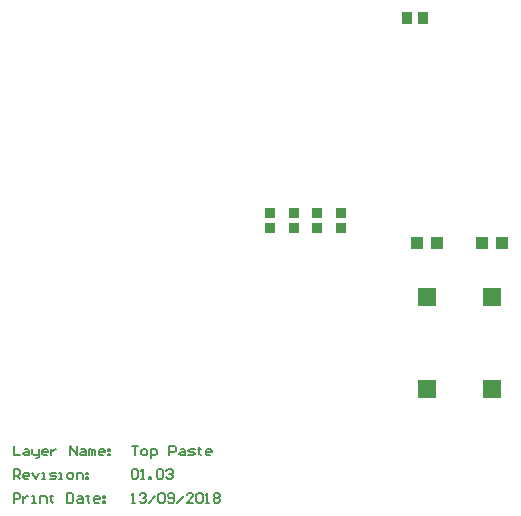
<source format=gtp>
%FSLAX25Y25*%
%MOIN*%
G70*
G01*
G75*
G04 Layer_Color=8421504*
%ADD10R,0.04331X0.03937*%
%ADD11R,0.03740X0.03347*%
%ADD12R,0.05906X0.05906*%
%ADD13R,0.03543X0.03937*%
%ADD14C,0.01000*%
%ADD15C,0.03937*%
%ADD16C,0.01969*%
%ADD17C,0.01181*%
%ADD18C,0.00787*%
%ADD19C,0.05000*%
%ADD20C,0.05906*%
%ADD21R,0.05906X0.05906*%
%ADD22R,0.04724X0.04724*%
%ADD23C,0.04724*%
%ADD24R,0.04724X0.04724*%
%ADD25C,0.03543*%
%ADD26C,0.19685*%
%ADD27C,0.00984*%
%ADD28C,0.00197*%
%ADD29C,0.00591*%
%ADD30R,0.00984X0.05512*%
D10*
X269094Y55118D02*
D03*
X262402D02*
D03*
X247441D02*
D03*
X240748D02*
D03*
D11*
X215472Y65059D02*
D03*
Y59941D02*
D03*
X207598Y65059D02*
D03*
Y59941D02*
D03*
X199724Y59941D02*
D03*
Y65059D02*
D03*
X191850Y65059D02*
D03*
Y59941D02*
D03*
D12*
X265748Y6299D02*
D03*
Y37008D02*
D03*
X244094Y6299D02*
D03*
Y37008D02*
D03*
D13*
X237343Y130000D02*
D03*
X242657D02*
D03*
D18*
X106299Y-12599D02*
Y-15748D01*
X108398D01*
X109973Y-13649D02*
X111022D01*
X111547Y-14174D01*
Y-15748D01*
X109973D01*
X109448Y-15223D01*
X109973Y-14698D01*
X111547D01*
X112596Y-13649D02*
Y-15223D01*
X113121Y-15748D01*
X114696D01*
Y-16273D01*
X114171Y-16798D01*
X113646D01*
X114696Y-15748D02*
Y-13649D01*
X117319Y-15748D02*
X116270D01*
X115745Y-15223D01*
Y-14174D01*
X116270Y-13649D01*
X117319D01*
X117844Y-14174D01*
Y-14698D01*
X115745D01*
X118894Y-13649D02*
Y-15748D01*
Y-14698D01*
X119418Y-14174D01*
X119943Y-13649D01*
X120468D01*
X125191Y-15748D02*
Y-12599D01*
X127290Y-15748D01*
Y-12599D01*
X128864Y-13649D02*
X129914D01*
X130438Y-14174D01*
Y-15748D01*
X128864D01*
X128339Y-15223D01*
X128864Y-14698D01*
X130438D01*
X131488Y-15748D02*
Y-13649D01*
X132013D01*
X132537Y-14174D01*
Y-15748D01*
Y-14174D01*
X133062Y-13649D01*
X133587Y-14174D01*
Y-15748D01*
X136211D02*
X135161D01*
X134636Y-15223D01*
Y-14174D01*
X135161Y-13649D01*
X136211D01*
X136736Y-14174D01*
Y-14698D01*
X134636D01*
X137785Y-13649D02*
X138310D01*
Y-14174D01*
X137785D01*
Y-13649D01*
Y-15223D02*
X138310D01*
Y-15748D01*
X137785D01*
Y-15223D01*
X106299Y-23622D02*
Y-20473D01*
X107873D01*
X108398Y-20998D01*
Y-22048D01*
X107873Y-22572D01*
X106299D01*
X107349D02*
X108398Y-23622D01*
X111022D02*
X109973D01*
X109448Y-23097D01*
Y-22048D01*
X109973Y-21523D01*
X111022D01*
X111547Y-22048D01*
Y-22572D01*
X109448D01*
X112596Y-21523D02*
X113646Y-23622D01*
X114696Y-21523D01*
X115745Y-23622D02*
X116795D01*
X116270D01*
Y-21523D01*
X115745D01*
X118369Y-23622D02*
X119943D01*
X120468Y-23097D01*
X119943Y-22572D01*
X118894D01*
X118369Y-22048D01*
X118894Y-21523D01*
X120468D01*
X121517Y-23622D02*
X122567D01*
X122042D01*
Y-21523D01*
X121517D01*
X124666Y-23622D02*
X125715D01*
X126240Y-23097D01*
Y-22048D01*
X125715Y-21523D01*
X124666D01*
X124141Y-22048D01*
Y-23097D01*
X124666Y-23622D01*
X127290D02*
Y-21523D01*
X128864D01*
X129389Y-22048D01*
Y-23622D01*
X130438Y-21523D02*
X130963D01*
Y-22048D01*
X130438D01*
Y-21523D01*
Y-23097D02*
X130963D01*
Y-23622D01*
X130438D01*
Y-23097D01*
X106299Y-31496D02*
Y-28348D01*
X107873D01*
X108398Y-28872D01*
Y-29922D01*
X107873Y-30446D01*
X106299D01*
X109448Y-29397D02*
Y-31496D01*
Y-30446D01*
X109973Y-29922D01*
X110497Y-29397D01*
X111022D01*
X112596Y-31496D02*
X113646D01*
X113121D01*
Y-29397D01*
X112596D01*
X115220Y-31496D02*
Y-29397D01*
X116795D01*
X117319Y-29922D01*
Y-31496D01*
X118894Y-28872D02*
Y-29397D01*
X118369D01*
X119418D01*
X118894D01*
Y-30971D01*
X119418Y-31496D01*
X124141Y-28348D02*
Y-31496D01*
X125715D01*
X126240Y-30971D01*
Y-28872D01*
X125715Y-28348D01*
X124141D01*
X127815Y-29397D02*
X128864D01*
X129389Y-29922D01*
Y-31496D01*
X127815D01*
X127290Y-30971D01*
X127815Y-30446D01*
X129389D01*
X130963Y-28872D02*
Y-29397D01*
X130438D01*
X131488D01*
X130963D01*
Y-30971D01*
X131488Y-31496D01*
X134636D02*
X133587D01*
X133062Y-30971D01*
Y-29922D01*
X133587Y-29397D01*
X134636D01*
X135161Y-29922D01*
Y-30446D01*
X133062D01*
X136211Y-29397D02*
X136736D01*
Y-29922D01*
X136211D01*
Y-29397D01*
Y-30971D02*
X136736D01*
Y-31496D01*
X136211D01*
Y-30971D01*
X145669Y-31496D02*
X146719D01*
X146194D01*
Y-28348D01*
X145669Y-28872D01*
X148293D02*
X148818Y-28348D01*
X149867D01*
X150392Y-28872D01*
Y-29397D01*
X149867Y-29922D01*
X149343D01*
X149867D01*
X150392Y-30446D01*
Y-30971D01*
X149867Y-31496D01*
X148818D01*
X148293Y-30971D01*
X151442Y-31496D02*
X153541Y-29397D01*
X154590Y-28872D02*
X155115Y-28348D01*
X156165D01*
X156689Y-28872D01*
Y-30971D01*
X156165Y-31496D01*
X155115D01*
X154590Y-30971D01*
Y-28872D01*
X157739Y-30971D02*
X158264Y-31496D01*
X159313D01*
X159838Y-30971D01*
Y-28872D01*
X159313Y-28348D01*
X158264D01*
X157739Y-28872D01*
Y-29397D01*
X158264Y-29922D01*
X159838D01*
X160888Y-31496D02*
X162987Y-29397D01*
X166135Y-31496D02*
X164036D01*
X166135Y-29397D01*
Y-28872D01*
X165610Y-28348D01*
X164561D01*
X164036Y-28872D01*
X167185D02*
X167709Y-28348D01*
X168759D01*
X169284Y-28872D01*
Y-30971D01*
X168759Y-31496D01*
X167709D01*
X167185Y-30971D01*
Y-28872D01*
X170333Y-31496D02*
X171383D01*
X170858D01*
Y-28348D01*
X170333Y-28872D01*
X172957D02*
X173482Y-28348D01*
X174531D01*
X175056Y-28872D01*
Y-29397D01*
X174531Y-29922D01*
X175056Y-30446D01*
Y-30971D01*
X174531Y-31496D01*
X173482D01*
X172957Y-30971D01*
Y-30446D01*
X173482Y-29922D01*
X172957Y-29397D01*
Y-28872D01*
X173482Y-29922D02*
X174531D01*
X145669Y-20998D02*
X146194Y-20473D01*
X147244D01*
X147768Y-20998D01*
Y-23097D01*
X147244Y-23622D01*
X146194D01*
X145669Y-23097D01*
Y-20998D01*
X148818Y-23622D02*
X149867D01*
X149343D01*
Y-20473D01*
X148818Y-20998D01*
X151442Y-23622D02*
Y-23097D01*
X151967D01*
Y-23622D01*
X151442D01*
X154066Y-20998D02*
X154590Y-20473D01*
X155640D01*
X156165Y-20998D01*
Y-23097D01*
X155640Y-23622D01*
X154590D01*
X154066Y-23097D01*
Y-20998D01*
X157214D02*
X157739Y-20473D01*
X158788D01*
X159313Y-20998D01*
Y-21523D01*
X158788Y-22048D01*
X158264D01*
X158788D01*
X159313Y-22572D01*
Y-23097D01*
X158788Y-23622D01*
X157739D01*
X157214Y-23097D01*
X145669Y-12599D02*
X147768D01*
X146719D01*
Y-15748D01*
X149343D02*
X150392D01*
X150917Y-15223D01*
Y-14174D01*
X150392Y-13649D01*
X149343D01*
X148818Y-14174D01*
Y-15223D01*
X149343Y-15748D01*
X151967Y-16798D02*
Y-13649D01*
X153541D01*
X154066Y-14174D01*
Y-15223D01*
X153541Y-15748D01*
X151967D01*
X158264D02*
Y-12599D01*
X159838D01*
X160363Y-13124D01*
Y-14174D01*
X159838Y-14698D01*
X158264D01*
X161937Y-13649D02*
X162987D01*
X163511Y-14174D01*
Y-15748D01*
X161937D01*
X161412Y-15223D01*
X161937Y-14698D01*
X163511D01*
X164561Y-15748D02*
X166135D01*
X166660Y-15223D01*
X166135Y-14698D01*
X165086D01*
X164561Y-14174D01*
X165086Y-13649D01*
X166660D01*
X168234Y-13124D02*
Y-13649D01*
X167709D01*
X168759D01*
X168234D01*
Y-15223D01*
X168759Y-15748D01*
X171907D02*
X170858D01*
X170333Y-15223D01*
Y-14174D01*
X170858Y-13649D01*
X171907D01*
X172432Y-14174D01*
Y-14698D01*
X170333D01*
M02*

</source>
